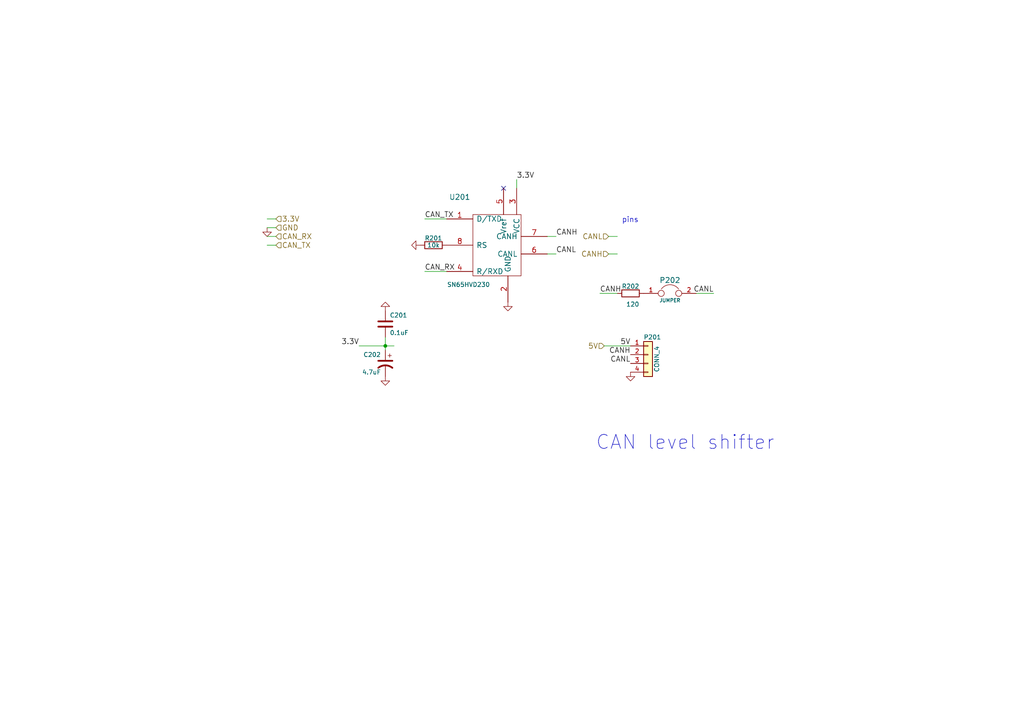
<source format=kicad_sch>
(kicad_sch (version 20230121) (generator eeschema)
  (paper "A4")
  (title_block (title "Frankenso") (date "8 jan 2015") (rev ".02") (company "rusEFI.com"))
  (lib_symbols
    (symbol "Connector_Generic:Conn_01x04" (pin_names (offset 1.016) hide)
      (property "Reference" "J" (at 0 5.08 0))
      (property "Value" "Conn_01x04" (at 0 -7.62 0))
      (symbol "Conn_01x04_1_1"
        (rectangle (start -1.27 -4.953) (end 0 -5.207) (stroke (width 0.1524)))
        (rectangle (start -1.27 -2.413) (end 0 -2.667) (stroke (width 0.1524)))
        (rectangle (start -1.27 0.127) (end 0 -0.127) (stroke (width 0.1524)))
        (rectangle (start -1.27 2.667) (end 0 2.413) (stroke (width 0.1524)))
        (rectangle (start -1.27 3.81) (end 1.27 -6.35) (stroke (width 0.254)) (fill (type background)))
        (pin passive line (at -5.08 2.54 0) (length 3.81) (name "Pin_1") (number "1"))
        (pin passive line (at -5.08 0 0) (length 3.81) (name "Pin_2") (number "2"))
        (pin passive line (at -5.08 -2.54 0) (length 3.81) (name "Pin_3") (number "3"))
        (pin passive line (at -5.08 -5.08 0) (length 3.81) (name "Pin_4") (number "4"))
      )
    )
    (symbol "Device:C" (pin_numbers hide) (pin_names (offset 0.254))
      (property "Reference" "C" (at 0.635 2.54 0))
      (property "Value" "C" (at 0.635 -2.54 0))
      (symbol "C_0_1"
        (polyline (pts (xy -2.032 -0.762) (xy 2.032 -0.762)) (stroke (width 0.508)))
        (polyline (pts (xy -2.032 0.762) (xy 2.032 0.762)) (stroke (width 0.508)))
      )
      (symbol "C_1_1"
        (pin passive line (at 0 3.81 270) (length 2.794) (name "~") (number "1"))
        (pin passive line (at 0 -3.81 90) (length 2.794) (name "~") (number "2"))
      )
    )
    (symbol "Device:CP1" (pin_numbers hide) (pin_names (offset 0.254) hide)
      (property "Reference" "C" (at 0.635 2.54 0))
      (property "Value" "CP1" (at 0.635 -2.54 0))
      (symbol "CP1_0_1"
        (polyline (pts (xy -2.032 0.762) (xy 2.032 0.762)) (stroke (width 0.508)))
        (polyline (pts (xy -1.778 2.286) (xy -0.762 2.286)))
        (polyline (pts (xy -1.27 1.778) (xy -1.27 2.794)))
        (arc (start 2.032 -1.27) (mid 0 -0.5572) (end -2.032 -1.27) (stroke (width 0.508)))
      )
      (symbol "CP1_1_1"
        (pin passive line (at 0 3.81 270) (length 2.794) (name "~") (number "1"))
        (pin passive line (at 0 -3.81 90) (length 3.302) (name "~") (number "2"))
      )
    )
    (symbol "Device:Jumper" (pin_names (offset 0.762) hide)
      (property "Reference" "JP" (at 0 3.81 0))
      (property "Value" "Jumper" (at 0 -2.032 0))
      (symbol "Jumper_0_1"
        (circle (center -2.54 0) (radius 0.889))
        (arc (start 2.5146 1.27) (mid 0.0078 2.5097) (end -2.4892 1.27))
        (circle (center 2.54 0) (radius 0.889))
        (pin passive line (at -7.62 0 0) (length 4.191) (name "1") (number "1"))
        (pin passive line (at 7.62 0 180) (length 4.191) (name "2") (number "2"))
      )
    )
    (symbol "Device:R" (pin_numbers hide) (pin_names (offset 0))
      (property "Reference" "R" (at 2.032 0 90))
      (property "Value" "R" (at 0 0 90))
      (symbol "R_0_1"
        (rectangle (start -1.016 -2.54) (end 1.016 2.54) (stroke (width 0.254)))
      )
      (symbol "R_1_1"
        (pin passive line (at 0 3.81 270) (length 1.27) (name "~") (number "1"))
        (pin passive line (at 0 -3.81 90) (length 1.27) (name "~") (number "2"))
      )
    )
    (symbol "mini48-stm32-rescue:SN65HVD230-art-electro-ic" (pin_names (offset 1.016))
      (property "Reference" "U" (at -10.16 13.97 0))
      (property "Value" "SN65HVD230-art-electro-ic" (at -7.62 -11.43 0))
      (symbol "SN65HVD230-art-electro-ic_0_1"
        (rectangle (start -6.35 8.89) (end 7.62 -8.89))
      )
      (symbol "SN65HVD230-art-electro-ic_1_1"
        (pin passive line (at -13.97 7.62 0) (length 7.62) (name "D/TXD") (number "1"))
        (pin passive line (at 3.81 -16.51 90) (length 7.62) (name "GND") (number "2"))
        (pin power_in line (at 6.35 16.51 270) (length 7.62) (name "VCC") (number "3"))
        (pin passive line (at -13.97 -7.62 0) (length 7.62) (name "R/RXD") (number "4"))
        (pin passive line (at 2.54 16.51 270) (length 7.62) (name "Vref") (number "5"))
        (pin passive line (at 15.24 -2.54 180) (length 7.62) (name "CANL") (number "6"))
        (pin passive line (at 15.24 2.54 180) (length 7.62) (name "CANH") (number "7"))
        (pin passive line (at -13.97 0 0) (length 7.62) (name "RS") (number "8"))
      )
    )
    (symbol "power:GND" (power) (pin_names (offset 0))
      (property "Value" "GND" (at 0 -3.81 0))
      (symbol "GND_0_1"
        (polyline (pts (xy 0 0) (xy 0 -1.27) (xy 1.27 -1.27) (xy 0 -2.54) (xy -1.27 -1.27) (xy 0 -1.27)))
      )
      (symbol "GND_1_1"
        (pin power_in line (at 0 0 270) (length 0) hide (name "GND") (number "1"))
      )
    )
  )
  (junction (at 111.76 100.33))
  (no_connect (at 146.05 54.61))
  (wire (pts (xy 179.07 68.58) (xy 176.53 68.58)))
  (wire (pts (xy 77.47 63.5) (xy 80.01 63.5)))
  (wire (pts (xy 111.76 100.33) (xy 111.76 101.6)))
  (wire (pts (xy 77.47 68.58) (xy 80.01 68.58)))
  (wire (pts (xy 158.75 68.58) (xy 161.29 68.58)))
  (wire (pts (xy 201.93 85.09) (xy 207.01 85.09)))
  (wire (pts (xy 179.07 73.66) (xy 176.53 73.66)))
  (wire (pts (xy 77.47 66.04) (xy 80.01 66.04)))
  (wire (pts (xy 104.14 100.33) (xy 111.76 100.33)))
  (wire (pts (xy 111.76 100.33) (xy 114.3 100.33)))
  (wire (pts (xy 129.54 63.5) (xy 123.19 63.5)))
  (wire (pts (xy 149.86 54.61) (xy 149.86 52.07)))
  (wire (pts (xy 129.54 78.74) (xy 123.19 78.74)))
  (wire (pts (xy 111.76 97.79) (xy 111.76 100.33)))
  (wire (pts (xy 77.47 71.12) (xy 80.01 71.12)))
  (wire (pts (xy 179.07 85.09) (xy 173.99 85.09)))
  (wire (pts (xy 182.88 100.33) (xy 175.26 100.33)))
  (wire (pts (xy 158.75 73.66) (xy 161.29 73.66)))
  (text "pins" (at 180.34 64.77 0) (effects (font (size 1.524 1.524)) (justify left bottom)))
  (text "CAN level shifter" (at 172.72 130.81 0) (effects (font (size 4.064 4.064)) (justify left bottom)))
  (label "CANL" (at 182.88 105.41 180) (effects (font (size 1.524 1.524))))
  (label "CANH" (at 161.29 68.58 0) (effects (font (size 1.524 1.524))))
  (label "CANL" (at 161.29 73.66 0) (effects (font (size 1.524 1.524))))
  (label "5V" (at 182.88 100.33 180) (effects (font (size 1.524 1.524))))
  (label "3.3V" (at 149.86 52.07 0) (effects (font (size 1.524 1.524))))
  (label "CANH" (at 182.88 102.87 180) (effects (font (size 1.524 1.524))))
  (label "CANH" (at 173.99 85.09 0) (effects (font (size 1.524 1.524))))
  (label "3.3V" (at 104.14 100.33 180) (effects (font (size 1.524 1.524))))
  (label "CANL" (at 207.01 85.09 180) (effects (font (size 1.524 1.524))))
  (label "CAN_RX" (at 123.19 78.74 0) (effects (font (size 1.524 1.524))))
  (label "CAN_TX" (at 123.19 63.5 0) (effects (font (size 1.524 1.524))))
  (hierarchical_label "CAN_RX" (shape input) (at 80.01 68.58 0) (effects (font (size 1.524 1.524))))
  (hierarchical_label "5V" (shape input) (at 175.26 100.33 180) (effects (font (size 1.524 1.524))))
  (hierarchical_label "3.3V" (shape input) (at 80.01 63.5 0) (effects (font (size 1.524 1.524))))
  (hierarchical_label "CANH" (shape input) (at 176.53 73.66 180) (effects (font (size 1.524 1.524))))
  (hierarchical_label "GND" (shape input) (at 80.01 66.04 0) (effects (font (size 1.524 1.524))))
  (hierarchical_label "CAN_TX" (shape input) (at 80.01 71.12 0) (effects (font (size 1.524 1.524))))
  (hierarchical_label "CANL" (shape input) (at 176.53 68.58 180) (effects (font (size 1.524 1.524))))
  (symbol (lib_id "Device:CP1") (at 111.76 105.41 0) (mirror y) (unit 1)
    (property "Reference" "C202" (at 110.49 102.87 0) (effects (justify left)))
    (property "Value" "4.7uF" (at 110.49 107.95 0) (effects (justify left)))
    (property "Footprint" "Capacitor_SMD:C_0805_2012Metric" (effects hide))
    (property "mfg,mfg#" "TDK,CGA4J3X5R1H475K125AB" (effects hide))
    (property "vend1,vend1#" "DIGI,445-7882-6-ND" (effects hide))
    (property "JLC PN" "C123621" (effects hide))
    (property "MPN" "0805B472K500CT" (effects hide))
  )
  (symbol (lib_id "Device:C") (at 111.76 93.98 0) (unit 1)
    (property "Reference" "C201" (at 113.03 91.44 0) (effects (justify left)))
    (property "Value" "0.1uF" (at 113.03 96.52 0) (effects (justify left)))
    (property "Footprint" "Capacitor_SMD:C_0805_2012Metric" (effects hide))
    (property "mfg,mfg#" "AVX,08055C104KAT2A" (effects hide))
    (property "vend1,vend1#" "DIGI,478-1395-1-ND" (effects hide))
    (property "JLC PN" "C111492" (effects hide))
    (property "MPN" "CC0805JRX7R9BB104" (effects hide))
  )
  (symbol (lib_id "power:GND") (at 111.76 109.22 0) (unit 1)
    (property "Reference" "#PWR033" (effects hide))
    (property "Value" "GND" (effects hide))
  )
  (symbol (lib_id "power:GND") (at 111.76 90.17 180) (unit 1)
    (property "Reference" "#PWR034" (effects hide))
    (property "Value" "GND" (effects hide))
  )
  (symbol (lib_id "power:GND") (at 77.47 66.04 0) (unit 1)
    (property "Reference" "#PWR037" (effects hide))
    (property "Value" "GND" (effects hide))
  )
  (symbol (lib_id "power:GND") (at 147.32 87.63 0) (unit 1)
    (property "Reference" "#PWR035" (effects hide))
    (property "Value" "GND" (effects hide))
  )
  (symbol (lib_id "Device:R") (at 125.73 71.12 270) (mirror x) (unit 1)
    (property "Reference" "R201" (at 125.73 69.088 90))
    (property "Value" "10k" (at 125.73 71.12 90))
    (property "Footprint" "Resistor_SMD:R_0805_2012Metric" (effects hide))
    (property "mfg,mfg#" "BOURNS,CR0805-FX-1002ELF" (effects hide))
    (property "vend1,vend1#" "DIGI,CR0805-FX-1002ELFCT-ND" (effects hide))
    (property "JLC PN" "C212284" (effects hide))
    (property "MPN" "RMS10FT1002" (effects hide))
  )
  (symbol (lib_id "power:GND") (at 121.92 71.12 270) (unit 1)
    (property "Reference" "#PWR036" (effects hide))
    (property "Value" "GND" (effects hide))
  )
  (symbol (lib_id "mini48-stm32-rescue:SN65HVD230-art-electro-ic") (at 143.51 71.12 0) (unit 1)
    (property "Reference" "U201" (at 133.35 57.15 0) (effects (font (size 1.524 1.524))))
    (property "Value" "SN65HVD230" (at 135.89 82.55 0))
    (property "Footprint" "Package_SO:SO-8_3.9x4.9mm_P1.27mm" (effects hide))
    (property "mfg,mfg#" "TI,SN65HVD230QD" (effects hide))
    (property "vend1,vend1#" "digi,296-13123-5-ND" (effects hide))
    (property "JLC PN" "C12084" (effects hide))
    (property "MPN" "SN65HVD230DR" (effects hide))
  )
  (symbol (lib_id "Device:R") (at 182.88 85.09 270) (mirror x) (unit 1)
    (property "Reference" "R202" (at 182.88 83.058 90))
    (property "Value" "120" (at 183.515 88.265 90))
    (property "Footprint" "Resistor_SMD:R_0805_2012Metric" (effects hide))
    (property "mfg,mfg#" "ECG,ERA6AEB121V" (effects hide))
    (property "vend1,vend1#" "DIGI,P120DACT-ND" (effects hide))
    (property "JLC PN" "C149652" (effects hide))
    (property "MPN" "CRH0805J120RP05Z" (effects hide))
  )
  (symbol (lib_id "Device:Jumper") (at 194.31 85.09 0) (unit 1)
    (property "Reference" "P202" (at 194.31 81.28 0) (effects (font (size 1.524 1.524))))
    (property "Value" "JUMPER" (at 194.31 87.122 0) (effects (font (size 1.016 1.016))))
    (property "Footprint" "JUMPER-2" (effects hide))
    (property "mfg,mfg#" "JUMPER-WIRE,0R" (effects hide))
    (property "vend1,vend1#" "JUMPER-WIRE,0R" (effects hide))
  )
  (symbol (lib_id "Connector_Generic:Conn_01x04") (at 187.96 102.87 0) (unit 1)
    (property "Reference" "P201" (at 189.23 97.79 0))
    (property "Value" "CONN_4" (at 190.5 104.14 90))
    (property "Footprint" "SIL-4" (effects hide))
  )
  (symbol (lib_id "power:GND") (at 182.88 107.95 0) (unit 1)
    (property "Reference" "#PWR038" (effects hide))
    (property "Value" "GND" (effects hide))
  )
)
</source>
